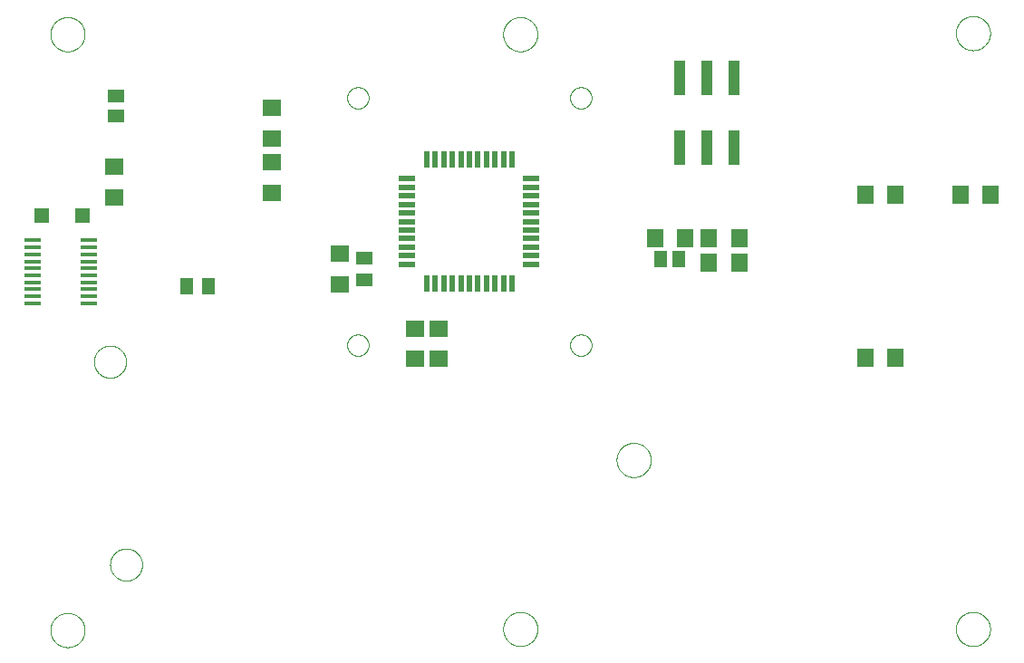
<source format=gtp>
G75*
%MOIN*%
%OFA0B0*%
%FSLAX25Y25*%
%IPPOS*%
%LPD*%
%AMOC8*
5,1,8,0,0,1.08239X$1,22.5*
%
%ADD10C,0.00000*%
%ADD11R,0.05906X0.01969*%
%ADD12R,0.01969X0.05906*%
%ADD13R,0.05118X0.06299*%
%ADD14R,0.06299X0.05118*%
%ADD15R,0.03937X0.12598*%
%ADD16R,0.07098X0.06299*%
%ADD17R,0.06299X0.07098*%
%ADD18R,0.05906X0.01378*%
%ADD19R,0.05906X0.05118*%
%ADD20R,0.05512X0.05512*%
%ADD21R,0.05118X0.05906*%
%ADD22R,0.06299X0.07087*%
D10*
X0040446Y0015423D02*
X0040448Y0015581D01*
X0040454Y0015739D01*
X0040464Y0015897D01*
X0040478Y0016055D01*
X0040496Y0016212D01*
X0040517Y0016369D01*
X0040543Y0016525D01*
X0040573Y0016681D01*
X0040606Y0016836D01*
X0040644Y0016989D01*
X0040685Y0017142D01*
X0040730Y0017294D01*
X0040779Y0017445D01*
X0040832Y0017594D01*
X0040888Y0017742D01*
X0040948Y0017888D01*
X0041012Y0018033D01*
X0041080Y0018176D01*
X0041151Y0018318D01*
X0041225Y0018458D01*
X0041303Y0018595D01*
X0041385Y0018731D01*
X0041469Y0018865D01*
X0041558Y0018996D01*
X0041649Y0019125D01*
X0041744Y0019252D01*
X0041841Y0019377D01*
X0041942Y0019499D01*
X0042046Y0019618D01*
X0042153Y0019735D01*
X0042263Y0019849D01*
X0042376Y0019960D01*
X0042491Y0020069D01*
X0042609Y0020174D01*
X0042730Y0020276D01*
X0042853Y0020376D01*
X0042979Y0020472D01*
X0043107Y0020565D01*
X0043237Y0020655D01*
X0043370Y0020741D01*
X0043505Y0020825D01*
X0043641Y0020904D01*
X0043780Y0020981D01*
X0043921Y0021053D01*
X0044063Y0021123D01*
X0044207Y0021188D01*
X0044353Y0021250D01*
X0044500Y0021308D01*
X0044649Y0021363D01*
X0044799Y0021414D01*
X0044950Y0021461D01*
X0045102Y0021504D01*
X0045255Y0021543D01*
X0045410Y0021579D01*
X0045565Y0021610D01*
X0045721Y0021638D01*
X0045877Y0021662D01*
X0046034Y0021682D01*
X0046192Y0021698D01*
X0046349Y0021710D01*
X0046508Y0021718D01*
X0046666Y0021722D01*
X0046824Y0021722D01*
X0046982Y0021718D01*
X0047141Y0021710D01*
X0047298Y0021698D01*
X0047456Y0021682D01*
X0047613Y0021662D01*
X0047769Y0021638D01*
X0047925Y0021610D01*
X0048080Y0021579D01*
X0048235Y0021543D01*
X0048388Y0021504D01*
X0048540Y0021461D01*
X0048691Y0021414D01*
X0048841Y0021363D01*
X0048990Y0021308D01*
X0049137Y0021250D01*
X0049283Y0021188D01*
X0049427Y0021123D01*
X0049569Y0021053D01*
X0049710Y0020981D01*
X0049849Y0020904D01*
X0049985Y0020825D01*
X0050120Y0020741D01*
X0050253Y0020655D01*
X0050383Y0020565D01*
X0050511Y0020472D01*
X0050637Y0020376D01*
X0050760Y0020276D01*
X0050881Y0020174D01*
X0050999Y0020069D01*
X0051114Y0019960D01*
X0051227Y0019849D01*
X0051337Y0019735D01*
X0051444Y0019618D01*
X0051548Y0019499D01*
X0051649Y0019377D01*
X0051746Y0019252D01*
X0051841Y0019125D01*
X0051932Y0018996D01*
X0052021Y0018865D01*
X0052105Y0018731D01*
X0052187Y0018595D01*
X0052265Y0018458D01*
X0052339Y0018318D01*
X0052410Y0018176D01*
X0052478Y0018033D01*
X0052542Y0017888D01*
X0052602Y0017742D01*
X0052658Y0017594D01*
X0052711Y0017445D01*
X0052760Y0017294D01*
X0052805Y0017142D01*
X0052846Y0016989D01*
X0052884Y0016836D01*
X0052917Y0016681D01*
X0052947Y0016525D01*
X0052973Y0016369D01*
X0052994Y0016212D01*
X0053012Y0016055D01*
X0053026Y0015897D01*
X0053036Y0015739D01*
X0053042Y0015581D01*
X0053044Y0015423D01*
X0053042Y0015265D01*
X0053036Y0015107D01*
X0053026Y0014949D01*
X0053012Y0014791D01*
X0052994Y0014634D01*
X0052973Y0014477D01*
X0052947Y0014321D01*
X0052917Y0014165D01*
X0052884Y0014010D01*
X0052846Y0013857D01*
X0052805Y0013704D01*
X0052760Y0013552D01*
X0052711Y0013401D01*
X0052658Y0013252D01*
X0052602Y0013104D01*
X0052542Y0012958D01*
X0052478Y0012813D01*
X0052410Y0012670D01*
X0052339Y0012528D01*
X0052265Y0012388D01*
X0052187Y0012251D01*
X0052105Y0012115D01*
X0052021Y0011981D01*
X0051932Y0011850D01*
X0051841Y0011721D01*
X0051746Y0011594D01*
X0051649Y0011469D01*
X0051548Y0011347D01*
X0051444Y0011228D01*
X0051337Y0011111D01*
X0051227Y0010997D01*
X0051114Y0010886D01*
X0050999Y0010777D01*
X0050881Y0010672D01*
X0050760Y0010570D01*
X0050637Y0010470D01*
X0050511Y0010374D01*
X0050383Y0010281D01*
X0050253Y0010191D01*
X0050120Y0010105D01*
X0049985Y0010021D01*
X0049849Y0009942D01*
X0049710Y0009865D01*
X0049569Y0009793D01*
X0049427Y0009723D01*
X0049283Y0009658D01*
X0049137Y0009596D01*
X0048990Y0009538D01*
X0048841Y0009483D01*
X0048691Y0009432D01*
X0048540Y0009385D01*
X0048388Y0009342D01*
X0048235Y0009303D01*
X0048080Y0009267D01*
X0047925Y0009236D01*
X0047769Y0009208D01*
X0047613Y0009184D01*
X0047456Y0009164D01*
X0047298Y0009148D01*
X0047141Y0009136D01*
X0046982Y0009128D01*
X0046824Y0009124D01*
X0046666Y0009124D01*
X0046508Y0009128D01*
X0046349Y0009136D01*
X0046192Y0009148D01*
X0046034Y0009164D01*
X0045877Y0009184D01*
X0045721Y0009208D01*
X0045565Y0009236D01*
X0045410Y0009267D01*
X0045255Y0009303D01*
X0045102Y0009342D01*
X0044950Y0009385D01*
X0044799Y0009432D01*
X0044649Y0009483D01*
X0044500Y0009538D01*
X0044353Y0009596D01*
X0044207Y0009658D01*
X0044063Y0009723D01*
X0043921Y0009793D01*
X0043780Y0009865D01*
X0043641Y0009942D01*
X0043505Y0010021D01*
X0043370Y0010105D01*
X0043237Y0010191D01*
X0043107Y0010281D01*
X0042979Y0010374D01*
X0042853Y0010470D01*
X0042730Y0010570D01*
X0042609Y0010672D01*
X0042491Y0010777D01*
X0042376Y0010886D01*
X0042263Y0010997D01*
X0042153Y0011111D01*
X0042046Y0011228D01*
X0041942Y0011347D01*
X0041841Y0011469D01*
X0041744Y0011594D01*
X0041649Y0011721D01*
X0041558Y0011850D01*
X0041469Y0011981D01*
X0041385Y0012115D01*
X0041303Y0012251D01*
X0041225Y0012388D01*
X0041151Y0012528D01*
X0041080Y0012670D01*
X0041012Y0012813D01*
X0040948Y0012958D01*
X0040888Y0013104D01*
X0040832Y0013252D01*
X0040779Y0013401D01*
X0040730Y0013552D01*
X0040685Y0013704D01*
X0040644Y0013857D01*
X0040606Y0014010D01*
X0040573Y0014165D01*
X0040543Y0014321D01*
X0040517Y0014477D01*
X0040496Y0014634D01*
X0040478Y0014791D01*
X0040464Y0014949D01*
X0040454Y0015107D01*
X0040448Y0015265D01*
X0040446Y0015423D01*
X0062404Y0039537D02*
X0062406Y0039690D01*
X0062412Y0039844D01*
X0062422Y0039997D01*
X0062436Y0040149D01*
X0062454Y0040302D01*
X0062476Y0040453D01*
X0062501Y0040604D01*
X0062531Y0040755D01*
X0062565Y0040905D01*
X0062602Y0041053D01*
X0062643Y0041201D01*
X0062688Y0041347D01*
X0062737Y0041493D01*
X0062790Y0041637D01*
X0062846Y0041779D01*
X0062906Y0041920D01*
X0062970Y0042060D01*
X0063037Y0042198D01*
X0063108Y0042334D01*
X0063183Y0042468D01*
X0063260Y0042600D01*
X0063342Y0042730D01*
X0063426Y0042858D01*
X0063514Y0042984D01*
X0063605Y0043107D01*
X0063699Y0043228D01*
X0063797Y0043346D01*
X0063897Y0043462D01*
X0064001Y0043575D01*
X0064107Y0043686D01*
X0064216Y0043794D01*
X0064328Y0043899D01*
X0064442Y0044000D01*
X0064560Y0044099D01*
X0064679Y0044195D01*
X0064801Y0044288D01*
X0064926Y0044377D01*
X0065053Y0044464D01*
X0065182Y0044546D01*
X0065313Y0044626D01*
X0065446Y0044702D01*
X0065581Y0044775D01*
X0065718Y0044844D01*
X0065857Y0044909D01*
X0065997Y0044971D01*
X0066139Y0045029D01*
X0066282Y0045084D01*
X0066427Y0045135D01*
X0066573Y0045182D01*
X0066720Y0045225D01*
X0066868Y0045264D01*
X0067017Y0045300D01*
X0067167Y0045331D01*
X0067318Y0045359D01*
X0067469Y0045383D01*
X0067622Y0045403D01*
X0067774Y0045419D01*
X0067927Y0045431D01*
X0068080Y0045439D01*
X0068233Y0045443D01*
X0068387Y0045443D01*
X0068540Y0045439D01*
X0068693Y0045431D01*
X0068846Y0045419D01*
X0068998Y0045403D01*
X0069151Y0045383D01*
X0069302Y0045359D01*
X0069453Y0045331D01*
X0069603Y0045300D01*
X0069752Y0045264D01*
X0069900Y0045225D01*
X0070047Y0045182D01*
X0070193Y0045135D01*
X0070338Y0045084D01*
X0070481Y0045029D01*
X0070623Y0044971D01*
X0070763Y0044909D01*
X0070902Y0044844D01*
X0071039Y0044775D01*
X0071174Y0044702D01*
X0071307Y0044626D01*
X0071438Y0044546D01*
X0071567Y0044464D01*
X0071694Y0044377D01*
X0071819Y0044288D01*
X0071941Y0044195D01*
X0072060Y0044099D01*
X0072178Y0044000D01*
X0072292Y0043899D01*
X0072404Y0043794D01*
X0072513Y0043686D01*
X0072619Y0043575D01*
X0072723Y0043462D01*
X0072823Y0043346D01*
X0072921Y0043228D01*
X0073015Y0043107D01*
X0073106Y0042984D01*
X0073194Y0042858D01*
X0073278Y0042730D01*
X0073360Y0042600D01*
X0073437Y0042468D01*
X0073512Y0042334D01*
X0073583Y0042198D01*
X0073650Y0042060D01*
X0073714Y0041920D01*
X0073774Y0041779D01*
X0073830Y0041637D01*
X0073883Y0041493D01*
X0073932Y0041347D01*
X0073977Y0041201D01*
X0074018Y0041053D01*
X0074055Y0040905D01*
X0074089Y0040755D01*
X0074119Y0040604D01*
X0074144Y0040453D01*
X0074166Y0040302D01*
X0074184Y0040149D01*
X0074198Y0039997D01*
X0074208Y0039844D01*
X0074214Y0039690D01*
X0074216Y0039537D01*
X0074214Y0039384D01*
X0074208Y0039230D01*
X0074198Y0039077D01*
X0074184Y0038925D01*
X0074166Y0038772D01*
X0074144Y0038621D01*
X0074119Y0038470D01*
X0074089Y0038319D01*
X0074055Y0038169D01*
X0074018Y0038021D01*
X0073977Y0037873D01*
X0073932Y0037727D01*
X0073883Y0037581D01*
X0073830Y0037437D01*
X0073774Y0037295D01*
X0073714Y0037154D01*
X0073650Y0037014D01*
X0073583Y0036876D01*
X0073512Y0036740D01*
X0073437Y0036606D01*
X0073360Y0036474D01*
X0073278Y0036344D01*
X0073194Y0036216D01*
X0073106Y0036090D01*
X0073015Y0035967D01*
X0072921Y0035846D01*
X0072823Y0035728D01*
X0072723Y0035612D01*
X0072619Y0035499D01*
X0072513Y0035388D01*
X0072404Y0035280D01*
X0072292Y0035175D01*
X0072178Y0035074D01*
X0072060Y0034975D01*
X0071941Y0034879D01*
X0071819Y0034786D01*
X0071694Y0034697D01*
X0071567Y0034610D01*
X0071438Y0034528D01*
X0071307Y0034448D01*
X0071174Y0034372D01*
X0071039Y0034299D01*
X0070902Y0034230D01*
X0070763Y0034165D01*
X0070623Y0034103D01*
X0070481Y0034045D01*
X0070338Y0033990D01*
X0070193Y0033939D01*
X0070047Y0033892D01*
X0069900Y0033849D01*
X0069752Y0033810D01*
X0069603Y0033774D01*
X0069453Y0033743D01*
X0069302Y0033715D01*
X0069151Y0033691D01*
X0068998Y0033671D01*
X0068846Y0033655D01*
X0068693Y0033643D01*
X0068540Y0033635D01*
X0068387Y0033631D01*
X0068233Y0033631D01*
X0068080Y0033635D01*
X0067927Y0033643D01*
X0067774Y0033655D01*
X0067622Y0033671D01*
X0067469Y0033691D01*
X0067318Y0033715D01*
X0067167Y0033743D01*
X0067017Y0033774D01*
X0066868Y0033810D01*
X0066720Y0033849D01*
X0066573Y0033892D01*
X0066427Y0033939D01*
X0066282Y0033990D01*
X0066139Y0034045D01*
X0065997Y0034103D01*
X0065857Y0034165D01*
X0065718Y0034230D01*
X0065581Y0034299D01*
X0065446Y0034372D01*
X0065313Y0034448D01*
X0065182Y0034528D01*
X0065053Y0034610D01*
X0064926Y0034697D01*
X0064801Y0034786D01*
X0064679Y0034879D01*
X0064560Y0034975D01*
X0064442Y0035074D01*
X0064328Y0035175D01*
X0064216Y0035280D01*
X0064107Y0035388D01*
X0064001Y0035499D01*
X0063897Y0035612D01*
X0063797Y0035728D01*
X0063699Y0035846D01*
X0063605Y0035967D01*
X0063514Y0036090D01*
X0063426Y0036216D01*
X0063342Y0036344D01*
X0063260Y0036474D01*
X0063183Y0036606D01*
X0063108Y0036740D01*
X0063037Y0036876D01*
X0062970Y0037014D01*
X0062906Y0037154D01*
X0062846Y0037295D01*
X0062790Y0037437D01*
X0062737Y0037581D01*
X0062688Y0037727D01*
X0062643Y0037873D01*
X0062602Y0038021D01*
X0062565Y0038169D01*
X0062531Y0038319D01*
X0062501Y0038470D01*
X0062476Y0038621D01*
X0062454Y0038772D01*
X0062436Y0038925D01*
X0062422Y0039077D01*
X0062412Y0039230D01*
X0062406Y0039384D01*
X0062404Y0039537D01*
X0056469Y0114183D02*
X0056471Y0114336D01*
X0056477Y0114490D01*
X0056487Y0114643D01*
X0056501Y0114795D01*
X0056519Y0114948D01*
X0056541Y0115099D01*
X0056566Y0115250D01*
X0056596Y0115401D01*
X0056630Y0115551D01*
X0056667Y0115699D01*
X0056708Y0115847D01*
X0056753Y0115993D01*
X0056802Y0116139D01*
X0056855Y0116283D01*
X0056911Y0116425D01*
X0056971Y0116566D01*
X0057035Y0116706D01*
X0057102Y0116844D01*
X0057173Y0116980D01*
X0057248Y0117114D01*
X0057325Y0117246D01*
X0057407Y0117376D01*
X0057491Y0117504D01*
X0057579Y0117630D01*
X0057670Y0117753D01*
X0057764Y0117874D01*
X0057862Y0117992D01*
X0057962Y0118108D01*
X0058066Y0118221D01*
X0058172Y0118332D01*
X0058281Y0118440D01*
X0058393Y0118545D01*
X0058507Y0118646D01*
X0058625Y0118745D01*
X0058744Y0118841D01*
X0058866Y0118934D01*
X0058991Y0119023D01*
X0059118Y0119110D01*
X0059247Y0119192D01*
X0059378Y0119272D01*
X0059511Y0119348D01*
X0059646Y0119421D01*
X0059783Y0119490D01*
X0059922Y0119555D01*
X0060062Y0119617D01*
X0060204Y0119675D01*
X0060347Y0119730D01*
X0060492Y0119781D01*
X0060638Y0119828D01*
X0060785Y0119871D01*
X0060933Y0119910D01*
X0061082Y0119946D01*
X0061232Y0119977D01*
X0061383Y0120005D01*
X0061534Y0120029D01*
X0061687Y0120049D01*
X0061839Y0120065D01*
X0061992Y0120077D01*
X0062145Y0120085D01*
X0062298Y0120089D01*
X0062452Y0120089D01*
X0062605Y0120085D01*
X0062758Y0120077D01*
X0062911Y0120065D01*
X0063063Y0120049D01*
X0063216Y0120029D01*
X0063367Y0120005D01*
X0063518Y0119977D01*
X0063668Y0119946D01*
X0063817Y0119910D01*
X0063965Y0119871D01*
X0064112Y0119828D01*
X0064258Y0119781D01*
X0064403Y0119730D01*
X0064546Y0119675D01*
X0064688Y0119617D01*
X0064828Y0119555D01*
X0064967Y0119490D01*
X0065104Y0119421D01*
X0065239Y0119348D01*
X0065372Y0119272D01*
X0065503Y0119192D01*
X0065632Y0119110D01*
X0065759Y0119023D01*
X0065884Y0118934D01*
X0066006Y0118841D01*
X0066125Y0118745D01*
X0066243Y0118646D01*
X0066357Y0118545D01*
X0066469Y0118440D01*
X0066578Y0118332D01*
X0066684Y0118221D01*
X0066788Y0118108D01*
X0066888Y0117992D01*
X0066986Y0117874D01*
X0067080Y0117753D01*
X0067171Y0117630D01*
X0067259Y0117504D01*
X0067343Y0117376D01*
X0067425Y0117246D01*
X0067502Y0117114D01*
X0067577Y0116980D01*
X0067648Y0116844D01*
X0067715Y0116706D01*
X0067779Y0116566D01*
X0067839Y0116425D01*
X0067895Y0116283D01*
X0067948Y0116139D01*
X0067997Y0115993D01*
X0068042Y0115847D01*
X0068083Y0115699D01*
X0068120Y0115551D01*
X0068154Y0115401D01*
X0068184Y0115250D01*
X0068209Y0115099D01*
X0068231Y0114948D01*
X0068249Y0114795D01*
X0068263Y0114643D01*
X0068273Y0114490D01*
X0068279Y0114336D01*
X0068281Y0114183D01*
X0068279Y0114030D01*
X0068273Y0113876D01*
X0068263Y0113723D01*
X0068249Y0113571D01*
X0068231Y0113418D01*
X0068209Y0113267D01*
X0068184Y0113116D01*
X0068154Y0112965D01*
X0068120Y0112815D01*
X0068083Y0112667D01*
X0068042Y0112519D01*
X0067997Y0112373D01*
X0067948Y0112227D01*
X0067895Y0112083D01*
X0067839Y0111941D01*
X0067779Y0111800D01*
X0067715Y0111660D01*
X0067648Y0111522D01*
X0067577Y0111386D01*
X0067502Y0111252D01*
X0067425Y0111120D01*
X0067343Y0110990D01*
X0067259Y0110862D01*
X0067171Y0110736D01*
X0067080Y0110613D01*
X0066986Y0110492D01*
X0066888Y0110374D01*
X0066788Y0110258D01*
X0066684Y0110145D01*
X0066578Y0110034D01*
X0066469Y0109926D01*
X0066357Y0109821D01*
X0066243Y0109720D01*
X0066125Y0109621D01*
X0066006Y0109525D01*
X0065884Y0109432D01*
X0065759Y0109343D01*
X0065632Y0109256D01*
X0065503Y0109174D01*
X0065372Y0109094D01*
X0065239Y0109018D01*
X0065104Y0108945D01*
X0064967Y0108876D01*
X0064828Y0108811D01*
X0064688Y0108749D01*
X0064546Y0108691D01*
X0064403Y0108636D01*
X0064258Y0108585D01*
X0064112Y0108538D01*
X0063965Y0108495D01*
X0063817Y0108456D01*
X0063668Y0108420D01*
X0063518Y0108389D01*
X0063367Y0108361D01*
X0063216Y0108337D01*
X0063063Y0108317D01*
X0062911Y0108301D01*
X0062758Y0108289D01*
X0062605Y0108281D01*
X0062452Y0108277D01*
X0062298Y0108277D01*
X0062145Y0108281D01*
X0061992Y0108289D01*
X0061839Y0108301D01*
X0061687Y0108317D01*
X0061534Y0108337D01*
X0061383Y0108361D01*
X0061232Y0108389D01*
X0061082Y0108420D01*
X0060933Y0108456D01*
X0060785Y0108495D01*
X0060638Y0108538D01*
X0060492Y0108585D01*
X0060347Y0108636D01*
X0060204Y0108691D01*
X0060062Y0108749D01*
X0059922Y0108811D01*
X0059783Y0108876D01*
X0059646Y0108945D01*
X0059511Y0109018D01*
X0059378Y0109094D01*
X0059247Y0109174D01*
X0059118Y0109256D01*
X0058991Y0109343D01*
X0058866Y0109432D01*
X0058744Y0109525D01*
X0058625Y0109621D01*
X0058507Y0109720D01*
X0058393Y0109821D01*
X0058281Y0109926D01*
X0058172Y0110034D01*
X0058066Y0110145D01*
X0057962Y0110258D01*
X0057862Y0110374D01*
X0057764Y0110492D01*
X0057670Y0110613D01*
X0057579Y0110736D01*
X0057491Y0110862D01*
X0057407Y0110990D01*
X0057325Y0111120D01*
X0057248Y0111252D01*
X0057173Y0111386D01*
X0057102Y0111522D01*
X0057035Y0111660D01*
X0056971Y0111800D01*
X0056911Y0111941D01*
X0056855Y0112083D01*
X0056802Y0112227D01*
X0056753Y0112373D01*
X0056708Y0112519D01*
X0056667Y0112667D01*
X0056630Y0112815D01*
X0056596Y0112965D01*
X0056566Y0113116D01*
X0056541Y0113267D01*
X0056519Y0113418D01*
X0056501Y0113571D01*
X0056487Y0113723D01*
X0056477Y0113876D01*
X0056471Y0114030D01*
X0056469Y0114183D01*
X0149623Y0120287D02*
X0149625Y0120412D01*
X0149631Y0120537D01*
X0149641Y0120661D01*
X0149655Y0120785D01*
X0149672Y0120909D01*
X0149694Y0121032D01*
X0149720Y0121154D01*
X0149749Y0121276D01*
X0149782Y0121396D01*
X0149820Y0121515D01*
X0149860Y0121634D01*
X0149905Y0121750D01*
X0149953Y0121865D01*
X0150005Y0121979D01*
X0150061Y0122091D01*
X0150120Y0122201D01*
X0150182Y0122309D01*
X0150248Y0122416D01*
X0150317Y0122520D01*
X0150390Y0122621D01*
X0150465Y0122721D01*
X0150544Y0122818D01*
X0150626Y0122912D01*
X0150711Y0123004D01*
X0150798Y0123093D01*
X0150889Y0123179D01*
X0150982Y0123262D01*
X0151078Y0123343D01*
X0151176Y0123420D01*
X0151276Y0123494D01*
X0151379Y0123565D01*
X0151484Y0123632D01*
X0151592Y0123697D01*
X0151701Y0123757D01*
X0151812Y0123815D01*
X0151925Y0123868D01*
X0152039Y0123918D01*
X0152155Y0123965D01*
X0152272Y0124007D01*
X0152391Y0124046D01*
X0152511Y0124082D01*
X0152632Y0124113D01*
X0152754Y0124141D01*
X0152876Y0124164D01*
X0153000Y0124184D01*
X0153124Y0124200D01*
X0153248Y0124212D01*
X0153373Y0124220D01*
X0153498Y0124224D01*
X0153622Y0124224D01*
X0153747Y0124220D01*
X0153872Y0124212D01*
X0153996Y0124200D01*
X0154120Y0124184D01*
X0154244Y0124164D01*
X0154366Y0124141D01*
X0154488Y0124113D01*
X0154609Y0124082D01*
X0154729Y0124046D01*
X0154848Y0124007D01*
X0154965Y0123965D01*
X0155081Y0123918D01*
X0155195Y0123868D01*
X0155308Y0123815D01*
X0155419Y0123757D01*
X0155529Y0123697D01*
X0155636Y0123632D01*
X0155741Y0123565D01*
X0155844Y0123494D01*
X0155944Y0123420D01*
X0156042Y0123343D01*
X0156138Y0123262D01*
X0156231Y0123179D01*
X0156322Y0123093D01*
X0156409Y0123004D01*
X0156494Y0122912D01*
X0156576Y0122818D01*
X0156655Y0122721D01*
X0156730Y0122621D01*
X0156803Y0122520D01*
X0156872Y0122416D01*
X0156938Y0122309D01*
X0157000Y0122201D01*
X0157059Y0122091D01*
X0157115Y0121979D01*
X0157167Y0121865D01*
X0157215Y0121750D01*
X0157260Y0121634D01*
X0157300Y0121515D01*
X0157338Y0121396D01*
X0157371Y0121276D01*
X0157400Y0121154D01*
X0157426Y0121032D01*
X0157448Y0120909D01*
X0157465Y0120785D01*
X0157479Y0120661D01*
X0157489Y0120537D01*
X0157495Y0120412D01*
X0157497Y0120287D01*
X0157495Y0120162D01*
X0157489Y0120037D01*
X0157479Y0119913D01*
X0157465Y0119789D01*
X0157448Y0119665D01*
X0157426Y0119542D01*
X0157400Y0119420D01*
X0157371Y0119298D01*
X0157338Y0119178D01*
X0157300Y0119059D01*
X0157260Y0118940D01*
X0157215Y0118824D01*
X0157167Y0118709D01*
X0157115Y0118595D01*
X0157059Y0118483D01*
X0157000Y0118373D01*
X0156938Y0118265D01*
X0156872Y0118158D01*
X0156803Y0118054D01*
X0156730Y0117953D01*
X0156655Y0117853D01*
X0156576Y0117756D01*
X0156494Y0117662D01*
X0156409Y0117570D01*
X0156322Y0117481D01*
X0156231Y0117395D01*
X0156138Y0117312D01*
X0156042Y0117231D01*
X0155944Y0117154D01*
X0155844Y0117080D01*
X0155741Y0117009D01*
X0155636Y0116942D01*
X0155528Y0116877D01*
X0155419Y0116817D01*
X0155308Y0116759D01*
X0155195Y0116706D01*
X0155081Y0116656D01*
X0154965Y0116609D01*
X0154848Y0116567D01*
X0154729Y0116528D01*
X0154609Y0116492D01*
X0154488Y0116461D01*
X0154366Y0116433D01*
X0154244Y0116410D01*
X0154120Y0116390D01*
X0153996Y0116374D01*
X0153872Y0116362D01*
X0153747Y0116354D01*
X0153622Y0116350D01*
X0153498Y0116350D01*
X0153373Y0116354D01*
X0153248Y0116362D01*
X0153124Y0116374D01*
X0153000Y0116390D01*
X0152876Y0116410D01*
X0152754Y0116433D01*
X0152632Y0116461D01*
X0152511Y0116492D01*
X0152391Y0116528D01*
X0152272Y0116567D01*
X0152155Y0116609D01*
X0152039Y0116656D01*
X0151925Y0116706D01*
X0151812Y0116759D01*
X0151701Y0116817D01*
X0151591Y0116877D01*
X0151484Y0116942D01*
X0151379Y0117009D01*
X0151276Y0117080D01*
X0151176Y0117154D01*
X0151078Y0117231D01*
X0150982Y0117312D01*
X0150889Y0117395D01*
X0150798Y0117481D01*
X0150711Y0117570D01*
X0150626Y0117662D01*
X0150544Y0117756D01*
X0150465Y0117853D01*
X0150390Y0117953D01*
X0150317Y0118054D01*
X0150248Y0118158D01*
X0150182Y0118265D01*
X0150120Y0118373D01*
X0150061Y0118483D01*
X0150005Y0118595D01*
X0149953Y0118709D01*
X0149905Y0118824D01*
X0149860Y0118940D01*
X0149820Y0119059D01*
X0149782Y0119178D01*
X0149749Y0119298D01*
X0149720Y0119420D01*
X0149694Y0119542D01*
X0149672Y0119665D01*
X0149655Y0119789D01*
X0149641Y0119913D01*
X0149631Y0120037D01*
X0149625Y0120162D01*
X0149623Y0120287D01*
X0231623Y0120287D02*
X0231625Y0120412D01*
X0231631Y0120537D01*
X0231641Y0120661D01*
X0231655Y0120785D01*
X0231672Y0120909D01*
X0231694Y0121032D01*
X0231720Y0121154D01*
X0231749Y0121276D01*
X0231782Y0121396D01*
X0231820Y0121515D01*
X0231860Y0121634D01*
X0231905Y0121750D01*
X0231953Y0121865D01*
X0232005Y0121979D01*
X0232061Y0122091D01*
X0232120Y0122201D01*
X0232182Y0122309D01*
X0232248Y0122416D01*
X0232317Y0122520D01*
X0232390Y0122621D01*
X0232465Y0122721D01*
X0232544Y0122818D01*
X0232626Y0122912D01*
X0232711Y0123004D01*
X0232798Y0123093D01*
X0232889Y0123179D01*
X0232982Y0123262D01*
X0233078Y0123343D01*
X0233176Y0123420D01*
X0233276Y0123494D01*
X0233379Y0123565D01*
X0233484Y0123632D01*
X0233592Y0123697D01*
X0233701Y0123757D01*
X0233812Y0123815D01*
X0233925Y0123868D01*
X0234039Y0123918D01*
X0234155Y0123965D01*
X0234272Y0124007D01*
X0234391Y0124046D01*
X0234511Y0124082D01*
X0234632Y0124113D01*
X0234754Y0124141D01*
X0234876Y0124164D01*
X0235000Y0124184D01*
X0235124Y0124200D01*
X0235248Y0124212D01*
X0235373Y0124220D01*
X0235498Y0124224D01*
X0235622Y0124224D01*
X0235747Y0124220D01*
X0235872Y0124212D01*
X0235996Y0124200D01*
X0236120Y0124184D01*
X0236244Y0124164D01*
X0236366Y0124141D01*
X0236488Y0124113D01*
X0236609Y0124082D01*
X0236729Y0124046D01*
X0236848Y0124007D01*
X0236965Y0123965D01*
X0237081Y0123918D01*
X0237195Y0123868D01*
X0237308Y0123815D01*
X0237419Y0123757D01*
X0237529Y0123697D01*
X0237636Y0123632D01*
X0237741Y0123565D01*
X0237844Y0123494D01*
X0237944Y0123420D01*
X0238042Y0123343D01*
X0238138Y0123262D01*
X0238231Y0123179D01*
X0238322Y0123093D01*
X0238409Y0123004D01*
X0238494Y0122912D01*
X0238576Y0122818D01*
X0238655Y0122721D01*
X0238730Y0122621D01*
X0238803Y0122520D01*
X0238872Y0122416D01*
X0238938Y0122309D01*
X0239000Y0122201D01*
X0239059Y0122091D01*
X0239115Y0121979D01*
X0239167Y0121865D01*
X0239215Y0121750D01*
X0239260Y0121634D01*
X0239300Y0121515D01*
X0239338Y0121396D01*
X0239371Y0121276D01*
X0239400Y0121154D01*
X0239426Y0121032D01*
X0239448Y0120909D01*
X0239465Y0120785D01*
X0239479Y0120661D01*
X0239489Y0120537D01*
X0239495Y0120412D01*
X0239497Y0120287D01*
X0239495Y0120162D01*
X0239489Y0120037D01*
X0239479Y0119913D01*
X0239465Y0119789D01*
X0239448Y0119665D01*
X0239426Y0119542D01*
X0239400Y0119420D01*
X0239371Y0119298D01*
X0239338Y0119178D01*
X0239300Y0119059D01*
X0239260Y0118940D01*
X0239215Y0118824D01*
X0239167Y0118709D01*
X0239115Y0118595D01*
X0239059Y0118483D01*
X0239000Y0118373D01*
X0238938Y0118265D01*
X0238872Y0118158D01*
X0238803Y0118054D01*
X0238730Y0117953D01*
X0238655Y0117853D01*
X0238576Y0117756D01*
X0238494Y0117662D01*
X0238409Y0117570D01*
X0238322Y0117481D01*
X0238231Y0117395D01*
X0238138Y0117312D01*
X0238042Y0117231D01*
X0237944Y0117154D01*
X0237844Y0117080D01*
X0237741Y0117009D01*
X0237636Y0116942D01*
X0237528Y0116877D01*
X0237419Y0116817D01*
X0237308Y0116759D01*
X0237195Y0116706D01*
X0237081Y0116656D01*
X0236965Y0116609D01*
X0236848Y0116567D01*
X0236729Y0116528D01*
X0236609Y0116492D01*
X0236488Y0116461D01*
X0236366Y0116433D01*
X0236244Y0116410D01*
X0236120Y0116390D01*
X0235996Y0116374D01*
X0235872Y0116362D01*
X0235747Y0116354D01*
X0235622Y0116350D01*
X0235498Y0116350D01*
X0235373Y0116354D01*
X0235248Y0116362D01*
X0235124Y0116374D01*
X0235000Y0116390D01*
X0234876Y0116410D01*
X0234754Y0116433D01*
X0234632Y0116461D01*
X0234511Y0116492D01*
X0234391Y0116528D01*
X0234272Y0116567D01*
X0234155Y0116609D01*
X0234039Y0116656D01*
X0233925Y0116706D01*
X0233812Y0116759D01*
X0233701Y0116817D01*
X0233591Y0116877D01*
X0233484Y0116942D01*
X0233379Y0117009D01*
X0233276Y0117080D01*
X0233176Y0117154D01*
X0233078Y0117231D01*
X0232982Y0117312D01*
X0232889Y0117395D01*
X0232798Y0117481D01*
X0232711Y0117570D01*
X0232626Y0117662D01*
X0232544Y0117756D01*
X0232465Y0117853D01*
X0232390Y0117953D01*
X0232317Y0118054D01*
X0232248Y0118158D01*
X0232182Y0118265D01*
X0232120Y0118373D01*
X0232061Y0118483D01*
X0232005Y0118595D01*
X0231953Y0118709D01*
X0231905Y0118824D01*
X0231860Y0118940D01*
X0231820Y0119059D01*
X0231782Y0119178D01*
X0231749Y0119298D01*
X0231720Y0119420D01*
X0231694Y0119542D01*
X0231672Y0119665D01*
X0231655Y0119789D01*
X0231641Y0119913D01*
X0231631Y0120037D01*
X0231625Y0120162D01*
X0231623Y0120287D01*
X0248714Y0078022D02*
X0248716Y0078180D01*
X0248722Y0078338D01*
X0248732Y0078496D01*
X0248746Y0078654D01*
X0248764Y0078811D01*
X0248785Y0078968D01*
X0248811Y0079124D01*
X0248841Y0079280D01*
X0248874Y0079435D01*
X0248912Y0079588D01*
X0248953Y0079741D01*
X0248998Y0079893D01*
X0249047Y0080044D01*
X0249100Y0080193D01*
X0249156Y0080341D01*
X0249216Y0080487D01*
X0249280Y0080632D01*
X0249348Y0080775D01*
X0249419Y0080917D01*
X0249493Y0081057D01*
X0249571Y0081194D01*
X0249653Y0081330D01*
X0249737Y0081464D01*
X0249826Y0081595D01*
X0249917Y0081724D01*
X0250012Y0081851D01*
X0250109Y0081976D01*
X0250210Y0082098D01*
X0250314Y0082217D01*
X0250421Y0082334D01*
X0250531Y0082448D01*
X0250644Y0082559D01*
X0250759Y0082668D01*
X0250877Y0082773D01*
X0250998Y0082875D01*
X0251121Y0082975D01*
X0251247Y0083071D01*
X0251375Y0083164D01*
X0251505Y0083254D01*
X0251638Y0083340D01*
X0251773Y0083424D01*
X0251909Y0083503D01*
X0252048Y0083580D01*
X0252189Y0083652D01*
X0252331Y0083722D01*
X0252475Y0083787D01*
X0252621Y0083849D01*
X0252768Y0083907D01*
X0252917Y0083962D01*
X0253067Y0084013D01*
X0253218Y0084060D01*
X0253370Y0084103D01*
X0253523Y0084142D01*
X0253678Y0084178D01*
X0253833Y0084209D01*
X0253989Y0084237D01*
X0254145Y0084261D01*
X0254302Y0084281D01*
X0254460Y0084297D01*
X0254617Y0084309D01*
X0254776Y0084317D01*
X0254934Y0084321D01*
X0255092Y0084321D01*
X0255250Y0084317D01*
X0255409Y0084309D01*
X0255566Y0084297D01*
X0255724Y0084281D01*
X0255881Y0084261D01*
X0256037Y0084237D01*
X0256193Y0084209D01*
X0256348Y0084178D01*
X0256503Y0084142D01*
X0256656Y0084103D01*
X0256808Y0084060D01*
X0256959Y0084013D01*
X0257109Y0083962D01*
X0257258Y0083907D01*
X0257405Y0083849D01*
X0257551Y0083787D01*
X0257695Y0083722D01*
X0257837Y0083652D01*
X0257978Y0083580D01*
X0258117Y0083503D01*
X0258253Y0083424D01*
X0258388Y0083340D01*
X0258521Y0083254D01*
X0258651Y0083164D01*
X0258779Y0083071D01*
X0258905Y0082975D01*
X0259028Y0082875D01*
X0259149Y0082773D01*
X0259267Y0082668D01*
X0259382Y0082559D01*
X0259495Y0082448D01*
X0259605Y0082334D01*
X0259712Y0082217D01*
X0259816Y0082098D01*
X0259917Y0081976D01*
X0260014Y0081851D01*
X0260109Y0081724D01*
X0260200Y0081595D01*
X0260289Y0081464D01*
X0260373Y0081330D01*
X0260455Y0081194D01*
X0260533Y0081057D01*
X0260607Y0080917D01*
X0260678Y0080775D01*
X0260746Y0080632D01*
X0260810Y0080487D01*
X0260870Y0080341D01*
X0260926Y0080193D01*
X0260979Y0080044D01*
X0261028Y0079893D01*
X0261073Y0079741D01*
X0261114Y0079588D01*
X0261152Y0079435D01*
X0261185Y0079280D01*
X0261215Y0079124D01*
X0261241Y0078968D01*
X0261262Y0078811D01*
X0261280Y0078654D01*
X0261294Y0078496D01*
X0261304Y0078338D01*
X0261310Y0078180D01*
X0261312Y0078022D01*
X0261310Y0077864D01*
X0261304Y0077706D01*
X0261294Y0077548D01*
X0261280Y0077390D01*
X0261262Y0077233D01*
X0261241Y0077076D01*
X0261215Y0076920D01*
X0261185Y0076764D01*
X0261152Y0076609D01*
X0261114Y0076456D01*
X0261073Y0076303D01*
X0261028Y0076151D01*
X0260979Y0076000D01*
X0260926Y0075851D01*
X0260870Y0075703D01*
X0260810Y0075557D01*
X0260746Y0075412D01*
X0260678Y0075269D01*
X0260607Y0075127D01*
X0260533Y0074987D01*
X0260455Y0074850D01*
X0260373Y0074714D01*
X0260289Y0074580D01*
X0260200Y0074449D01*
X0260109Y0074320D01*
X0260014Y0074193D01*
X0259917Y0074068D01*
X0259816Y0073946D01*
X0259712Y0073827D01*
X0259605Y0073710D01*
X0259495Y0073596D01*
X0259382Y0073485D01*
X0259267Y0073376D01*
X0259149Y0073271D01*
X0259028Y0073169D01*
X0258905Y0073069D01*
X0258779Y0072973D01*
X0258651Y0072880D01*
X0258521Y0072790D01*
X0258388Y0072704D01*
X0258253Y0072620D01*
X0258117Y0072541D01*
X0257978Y0072464D01*
X0257837Y0072392D01*
X0257695Y0072322D01*
X0257551Y0072257D01*
X0257405Y0072195D01*
X0257258Y0072137D01*
X0257109Y0072082D01*
X0256959Y0072031D01*
X0256808Y0071984D01*
X0256656Y0071941D01*
X0256503Y0071902D01*
X0256348Y0071866D01*
X0256193Y0071835D01*
X0256037Y0071807D01*
X0255881Y0071783D01*
X0255724Y0071763D01*
X0255566Y0071747D01*
X0255409Y0071735D01*
X0255250Y0071727D01*
X0255092Y0071723D01*
X0254934Y0071723D01*
X0254776Y0071727D01*
X0254617Y0071735D01*
X0254460Y0071747D01*
X0254302Y0071763D01*
X0254145Y0071783D01*
X0253989Y0071807D01*
X0253833Y0071835D01*
X0253678Y0071866D01*
X0253523Y0071902D01*
X0253370Y0071941D01*
X0253218Y0071984D01*
X0253067Y0072031D01*
X0252917Y0072082D01*
X0252768Y0072137D01*
X0252621Y0072195D01*
X0252475Y0072257D01*
X0252331Y0072322D01*
X0252189Y0072392D01*
X0252048Y0072464D01*
X0251909Y0072541D01*
X0251773Y0072620D01*
X0251638Y0072704D01*
X0251505Y0072790D01*
X0251375Y0072880D01*
X0251247Y0072973D01*
X0251121Y0073069D01*
X0250998Y0073169D01*
X0250877Y0073271D01*
X0250759Y0073376D01*
X0250644Y0073485D01*
X0250531Y0073596D01*
X0250421Y0073710D01*
X0250314Y0073827D01*
X0250210Y0073946D01*
X0250109Y0074068D01*
X0250012Y0074193D01*
X0249917Y0074320D01*
X0249826Y0074449D01*
X0249737Y0074580D01*
X0249653Y0074714D01*
X0249571Y0074850D01*
X0249493Y0074987D01*
X0249419Y0075127D01*
X0249348Y0075269D01*
X0249280Y0075412D01*
X0249216Y0075557D01*
X0249156Y0075703D01*
X0249100Y0075851D01*
X0249047Y0076000D01*
X0248998Y0076151D01*
X0248953Y0076303D01*
X0248912Y0076456D01*
X0248874Y0076609D01*
X0248841Y0076764D01*
X0248811Y0076920D01*
X0248785Y0077076D01*
X0248764Y0077233D01*
X0248746Y0077390D01*
X0248732Y0077548D01*
X0248722Y0077706D01*
X0248716Y0077864D01*
X0248714Y0078022D01*
X0206981Y0015817D02*
X0206983Y0015975D01*
X0206989Y0016133D01*
X0206999Y0016291D01*
X0207013Y0016449D01*
X0207031Y0016606D01*
X0207052Y0016763D01*
X0207078Y0016919D01*
X0207108Y0017075D01*
X0207141Y0017230D01*
X0207179Y0017383D01*
X0207220Y0017536D01*
X0207265Y0017688D01*
X0207314Y0017839D01*
X0207367Y0017988D01*
X0207423Y0018136D01*
X0207483Y0018282D01*
X0207547Y0018427D01*
X0207615Y0018570D01*
X0207686Y0018712D01*
X0207760Y0018852D01*
X0207838Y0018989D01*
X0207920Y0019125D01*
X0208004Y0019259D01*
X0208093Y0019390D01*
X0208184Y0019519D01*
X0208279Y0019646D01*
X0208376Y0019771D01*
X0208477Y0019893D01*
X0208581Y0020012D01*
X0208688Y0020129D01*
X0208798Y0020243D01*
X0208911Y0020354D01*
X0209026Y0020463D01*
X0209144Y0020568D01*
X0209265Y0020670D01*
X0209388Y0020770D01*
X0209514Y0020866D01*
X0209642Y0020959D01*
X0209772Y0021049D01*
X0209905Y0021135D01*
X0210040Y0021219D01*
X0210176Y0021298D01*
X0210315Y0021375D01*
X0210456Y0021447D01*
X0210598Y0021517D01*
X0210742Y0021582D01*
X0210888Y0021644D01*
X0211035Y0021702D01*
X0211184Y0021757D01*
X0211334Y0021808D01*
X0211485Y0021855D01*
X0211637Y0021898D01*
X0211790Y0021937D01*
X0211945Y0021973D01*
X0212100Y0022004D01*
X0212256Y0022032D01*
X0212412Y0022056D01*
X0212569Y0022076D01*
X0212727Y0022092D01*
X0212884Y0022104D01*
X0213043Y0022112D01*
X0213201Y0022116D01*
X0213359Y0022116D01*
X0213517Y0022112D01*
X0213676Y0022104D01*
X0213833Y0022092D01*
X0213991Y0022076D01*
X0214148Y0022056D01*
X0214304Y0022032D01*
X0214460Y0022004D01*
X0214615Y0021973D01*
X0214770Y0021937D01*
X0214923Y0021898D01*
X0215075Y0021855D01*
X0215226Y0021808D01*
X0215376Y0021757D01*
X0215525Y0021702D01*
X0215672Y0021644D01*
X0215818Y0021582D01*
X0215962Y0021517D01*
X0216104Y0021447D01*
X0216245Y0021375D01*
X0216384Y0021298D01*
X0216520Y0021219D01*
X0216655Y0021135D01*
X0216788Y0021049D01*
X0216918Y0020959D01*
X0217046Y0020866D01*
X0217172Y0020770D01*
X0217295Y0020670D01*
X0217416Y0020568D01*
X0217534Y0020463D01*
X0217649Y0020354D01*
X0217762Y0020243D01*
X0217872Y0020129D01*
X0217979Y0020012D01*
X0218083Y0019893D01*
X0218184Y0019771D01*
X0218281Y0019646D01*
X0218376Y0019519D01*
X0218467Y0019390D01*
X0218556Y0019259D01*
X0218640Y0019125D01*
X0218722Y0018989D01*
X0218800Y0018852D01*
X0218874Y0018712D01*
X0218945Y0018570D01*
X0219013Y0018427D01*
X0219077Y0018282D01*
X0219137Y0018136D01*
X0219193Y0017988D01*
X0219246Y0017839D01*
X0219295Y0017688D01*
X0219340Y0017536D01*
X0219381Y0017383D01*
X0219419Y0017230D01*
X0219452Y0017075D01*
X0219482Y0016919D01*
X0219508Y0016763D01*
X0219529Y0016606D01*
X0219547Y0016449D01*
X0219561Y0016291D01*
X0219571Y0016133D01*
X0219577Y0015975D01*
X0219579Y0015817D01*
X0219577Y0015659D01*
X0219571Y0015501D01*
X0219561Y0015343D01*
X0219547Y0015185D01*
X0219529Y0015028D01*
X0219508Y0014871D01*
X0219482Y0014715D01*
X0219452Y0014559D01*
X0219419Y0014404D01*
X0219381Y0014251D01*
X0219340Y0014098D01*
X0219295Y0013946D01*
X0219246Y0013795D01*
X0219193Y0013646D01*
X0219137Y0013498D01*
X0219077Y0013352D01*
X0219013Y0013207D01*
X0218945Y0013064D01*
X0218874Y0012922D01*
X0218800Y0012782D01*
X0218722Y0012645D01*
X0218640Y0012509D01*
X0218556Y0012375D01*
X0218467Y0012244D01*
X0218376Y0012115D01*
X0218281Y0011988D01*
X0218184Y0011863D01*
X0218083Y0011741D01*
X0217979Y0011622D01*
X0217872Y0011505D01*
X0217762Y0011391D01*
X0217649Y0011280D01*
X0217534Y0011171D01*
X0217416Y0011066D01*
X0217295Y0010964D01*
X0217172Y0010864D01*
X0217046Y0010768D01*
X0216918Y0010675D01*
X0216788Y0010585D01*
X0216655Y0010499D01*
X0216520Y0010415D01*
X0216384Y0010336D01*
X0216245Y0010259D01*
X0216104Y0010187D01*
X0215962Y0010117D01*
X0215818Y0010052D01*
X0215672Y0009990D01*
X0215525Y0009932D01*
X0215376Y0009877D01*
X0215226Y0009826D01*
X0215075Y0009779D01*
X0214923Y0009736D01*
X0214770Y0009697D01*
X0214615Y0009661D01*
X0214460Y0009630D01*
X0214304Y0009602D01*
X0214148Y0009578D01*
X0213991Y0009558D01*
X0213833Y0009542D01*
X0213676Y0009530D01*
X0213517Y0009522D01*
X0213359Y0009518D01*
X0213201Y0009518D01*
X0213043Y0009522D01*
X0212884Y0009530D01*
X0212727Y0009542D01*
X0212569Y0009558D01*
X0212412Y0009578D01*
X0212256Y0009602D01*
X0212100Y0009630D01*
X0211945Y0009661D01*
X0211790Y0009697D01*
X0211637Y0009736D01*
X0211485Y0009779D01*
X0211334Y0009826D01*
X0211184Y0009877D01*
X0211035Y0009932D01*
X0210888Y0009990D01*
X0210742Y0010052D01*
X0210598Y0010117D01*
X0210456Y0010187D01*
X0210315Y0010259D01*
X0210176Y0010336D01*
X0210040Y0010415D01*
X0209905Y0010499D01*
X0209772Y0010585D01*
X0209642Y0010675D01*
X0209514Y0010768D01*
X0209388Y0010864D01*
X0209265Y0010964D01*
X0209144Y0011066D01*
X0209026Y0011171D01*
X0208911Y0011280D01*
X0208798Y0011391D01*
X0208688Y0011505D01*
X0208581Y0011622D01*
X0208477Y0011741D01*
X0208376Y0011863D01*
X0208279Y0011988D01*
X0208184Y0012115D01*
X0208093Y0012244D01*
X0208004Y0012375D01*
X0207920Y0012509D01*
X0207838Y0012645D01*
X0207760Y0012782D01*
X0207686Y0012922D01*
X0207615Y0013064D01*
X0207547Y0013207D01*
X0207483Y0013352D01*
X0207423Y0013498D01*
X0207367Y0013646D01*
X0207314Y0013795D01*
X0207265Y0013946D01*
X0207220Y0014098D01*
X0207179Y0014251D01*
X0207141Y0014404D01*
X0207108Y0014559D01*
X0207078Y0014715D01*
X0207052Y0014871D01*
X0207031Y0015028D01*
X0207013Y0015185D01*
X0206999Y0015343D01*
X0206989Y0015501D01*
X0206983Y0015659D01*
X0206981Y0015817D01*
X0373517Y0015817D02*
X0373519Y0015975D01*
X0373525Y0016133D01*
X0373535Y0016291D01*
X0373549Y0016449D01*
X0373567Y0016606D01*
X0373588Y0016763D01*
X0373614Y0016919D01*
X0373644Y0017075D01*
X0373677Y0017230D01*
X0373715Y0017383D01*
X0373756Y0017536D01*
X0373801Y0017688D01*
X0373850Y0017839D01*
X0373903Y0017988D01*
X0373959Y0018136D01*
X0374019Y0018282D01*
X0374083Y0018427D01*
X0374151Y0018570D01*
X0374222Y0018712D01*
X0374296Y0018852D01*
X0374374Y0018989D01*
X0374456Y0019125D01*
X0374540Y0019259D01*
X0374629Y0019390D01*
X0374720Y0019519D01*
X0374815Y0019646D01*
X0374912Y0019771D01*
X0375013Y0019893D01*
X0375117Y0020012D01*
X0375224Y0020129D01*
X0375334Y0020243D01*
X0375447Y0020354D01*
X0375562Y0020463D01*
X0375680Y0020568D01*
X0375801Y0020670D01*
X0375924Y0020770D01*
X0376050Y0020866D01*
X0376178Y0020959D01*
X0376308Y0021049D01*
X0376441Y0021135D01*
X0376576Y0021219D01*
X0376712Y0021298D01*
X0376851Y0021375D01*
X0376992Y0021447D01*
X0377134Y0021517D01*
X0377278Y0021582D01*
X0377424Y0021644D01*
X0377571Y0021702D01*
X0377720Y0021757D01*
X0377870Y0021808D01*
X0378021Y0021855D01*
X0378173Y0021898D01*
X0378326Y0021937D01*
X0378481Y0021973D01*
X0378636Y0022004D01*
X0378792Y0022032D01*
X0378948Y0022056D01*
X0379105Y0022076D01*
X0379263Y0022092D01*
X0379420Y0022104D01*
X0379579Y0022112D01*
X0379737Y0022116D01*
X0379895Y0022116D01*
X0380053Y0022112D01*
X0380212Y0022104D01*
X0380369Y0022092D01*
X0380527Y0022076D01*
X0380684Y0022056D01*
X0380840Y0022032D01*
X0380996Y0022004D01*
X0381151Y0021973D01*
X0381306Y0021937D01*
X0381459Y0021898D01*
X0381611Y0021855D01*
X0381762Y0021808D01*
X0381912Y0021757D01*
X0382061Y0021702D01*
X0382208Y0021644D01*
X0382354Y0021582D01*
X0382498Y0021517D01*
X0382640Y0021447D01*
X0382781Y0021375D01*
X0382920Y0021298D01*
X0383056Y0021219D01*
X0383191Y0021135D01*
X0383324Y0021049D01*
X0383454Y0020959D01*
X0383582Y0020866D01*
X0383708Y0020770D01*
X0383831Y0020670D01*
X0383952Y0020568D01*
X0384070Y0020463D01*
X0384185Y0020354D01*
X0384298Y0020243D01*
X0384408Y0020129D01*
X0384515Y0020012D01*
X0384619Y0019893D01*
X0384720Y0019771D01*
X0384817Y0019646D01*
X0384912Y0019519D01*
X0385003Y0019390D01*
X0385092Y0019259D01*
X0385176Y0019125D01*
X0385258Y0018989D01*
X0385336Y0018852D01*
X0385410Y0018712D01*
X0385481Y0018570D01*
X0385549Y0018427D01*
X0385613Y0018282D01*
X0385673Y0018136D01*
X0385729Y0017988D01*
X0385782Y0017839D01*
X0385831Y0017688D01*
X0385876Y0017536D01*
X0385917Y0017383D01*
X0385955Y0017230D01*
X0385988Y0017075D01*
X0386018Y0016919D01*
X0386044Y0016763D01*
X0386065Y0016606D01*
X0386083Y0016449D01*
X0386097Y0016291D01*
X0386107Y0016133D01*
X0386113Y0015975D01*
X0386115Y0015817D01*
X0386113Y0015659D01*
X0386107Y0015501D01*
X0386097Y0015343D01*
X0386083Y0015185D01*
X0386065Y0015028D01*
X0386044Y0014871D01*
X0386018Y0014715D01*
X0385988Y0014559D01*
X0385955Y0014404D01*
X0385917Y0014251D01*
X0385876Y0014098D01*
X0385831Y0013946D01*
X0385782Y0013795D01*
X0385729Y0013646D01*
X0385673Y0013498D01*
X0385613Y0013352D01*
X0385549Y0013207D01*
X0385481Y0013064D01*
X0385410Y0012922D01*
X0385336Y0012782D01*
X0385258Y0012645D01*
X0385176Y0012509D01*
X0385092Y0012375D01*
X0385003Y0012244D01*
X0384912Y0012115D01*
X0384817Y0011988D01*
X0384720Y0011863D01*
X0384619Y0011741D01*
X0384515Y0011622D01*
X0384408Y0011505D01*
X0384298Y0011391D01*
X0384185Y0011280D01*
X0384070Y0011171D01*
X0383952Y0011066D01*
X0383831Y0010964D01*
X0383708Y0010864D01*
X0383582Y0010768D01*
X0383454Y0010675D01*
X0383324Y0010585D01*
X0383191Y0010499D01*
X0383056Y0010415D01*
X0382920Y0010336D01*
X0382781Y0010259D01*
X0382640Y0010187D01*
X0382498Y0010117D01*
X0382354Y0010052D01*
X0382208Y0009990D01*
X0382061Y0009932D01*
X0381912Y0009877D01*
X0381762Y0009826D01*
X0381611Y0009779D01*
X0381459Y0009736D01*
X0381306Y0009697D01*
X0381151Y0009661D01*
X0380996Y0009630D01*
X0380840Y0009602D01*
X0380684Y0009578D01*
X0380527Y0009558D01*
X0380369Y0009542D01*
X0380212Y0009530D01*
X0380053Y0009522D01*
X0379895Y0009518D01*
X0379737Y0009518D01*
X0379579Y0009522D01*
X0379420Y0009530D01*
X0379263Y0009542D01*
X0379105Y0009558D01*
X0378948Y0009578D01*
X0378792Y0009602D01*
X0378636Y0009630D01*
X0378481Y0009661D01*
X0378326Y0009697D01*
X0378173Y0009736D01*
X0378021Y0009779D01*
X0377870Y0009826D01*
X0377720Y0009877D01*
X0377571Y0009932D01*
X0377424Y0009990D01*
X0377278Y0010052D01*
X0377134Y0010117D01*
X0376992Y0010187D01*
X0376851Y0010259D01*
X0376712Y0010336D01*
X0376576Y0010415D01*
X0376441Y0010499D01*
X0376308Y0010585D01*
X0376178Y0010675D01*
X0376050Y0010768D01*
X0375924Y0010864D01*
X0375801Y0010964D01*
X0375680Y0011066D01*
X0375562Y0011171D01*
X0375447Y0011280D01*
X0375334Y0011391D01*
X0375224Y0011505D01*
X0375117Y0011622D01*
X0375013Y0011741D01*
X0374912Y0011863D01*
X0374815Y0011988D01*
X0374720Y0012115D01*
X0374629Y0012244D01*
X0374540Y0012375D01*
X0374456Y0012509D01*
X0374374Y0012645D01*
X0374296Y0012782D01*
X0374222Y0012922D01*
X0374151Y0013064D01*
X0374083Y0013207D01*
X0374019Y0013352D01*
X0373959Y0013498D01*
X0373903Y0013646D01*
X0373850Y0013795D01*
X0373801Y0013946D01*
X0373756Y0014098D01*
X0373715Y0014251D01*
X0373677Y0014404D01*
X0373644Y0014559D01*
X0373614Y0014715D01*
X0373588Y0014871D01*
X0373567Y0015028D01*
X0373549Y0015185D01*
X0373535Y0015343D01*
X0373525Y0015501D01*
X0373519Y0015659D01*
X0373517Y0015817D01*
X0231623Y0211287D02*
X0231625Y0211412D01*
X0231631Y0211537D01*
X0231641Y0211661D01*
X0231655Y0211785D01*
X0231672Y0211909D01*
X0231694Y0212032D01*
X0231720Y0212154D01*
X0231749Y0212276D01*
X0231782Y0212396D01*
X0231820Y0212515D01*
X0231860Y0212634D01*
X0231905Y0212750D01*
X0231953Y0212865D01*
X0232005Y0212979D01*
X0232061Y0213091D01*
X0232120Y0213201D01*
X0232182Y0213309D01*
X0232248Y0213416D01*
X0232317Y0213520D01*
X0232390Y0213621D01*
X0232465Y0213721D01*
X0232544Y0213818D01*
X0232626Y0213912D01*
X0232711Y0214004D01*
X0232798Y0214093D01*
X0232889Y0214179D01*
X0232982Y0214262D01*
X0233078Y0214343D01*
X0233176Y0214420D01*
X0233276Y0214494D01*
X0233379Y0214565D01*
X0233484Y0214632D01*
X0233592Y0214697D01*
X0233701Y0214757D01*
X0233812Y0214815D01*
X0233925Y0214868D01*
X0234039Y0214918D01*
X0234155Y0214965D01*
X0234272Y0215007D01*
X0234391Y0215046D01*
X0234511Y0215082D01*
X0234632Y0215113D01*
X0234754Y0215141D01*
X0234876Y0215164D01*
X0235000Y0215184D01*
X0235124Y0215200D01*
X0235248Y0215212D01*
X0235373Y0215220D01*
X0235498Y0215224D01*
X0235622Y0215224D01*
X0235747Y0215220D01*
X0235872Y0215212D01*
X0235996Y0215200D01*
X0236120Y0215184D01*
X0236244Y0215164D01*
X0236366Y0215141D01*
X0236488Y0215113D01*
X0236609Y0215082D01*
X0236729Y0215046D01*
X0236848Y0215007D01*
X0236965Y0214965D01*
X0237081Y0214918D01*
X0237195Y0214868D01*
X0237308Y0214815D01*
X0237419Y0214757D01*
X0237529Y0214697D01*
X0237636Y0214632D01*
X0237741Y0214565D01*
X0237844Y0214494D01*
X0237944Y0214420D01*
X0238042Y0214343D01*
X0238138Y0214262D01*
X0238231Y0214179D01*
X0238322Y0214093D01*
X0238409Y0214004D01*
X0238494Y0213912D01*
X0238576Y0213818D01*
X0238655Y0213721D01*
X0238730Y0213621D01*
X0238803Y0213520D01*
X0238872Y0213416D01*
X0238938Y0213309D01*
X0239000Y0213201D01*
X0239059Y0213091D01*
X0239115Y0212979D01*
X0239167Y0212865D01*
X0239215Y0212750D01*
X0239260Y0212634D01*
X0239300Y0212515D01*
X0239338Y0212396D01*
X0239371Y0212276D01*
X0239400Y0212154D01*
X0239426Y0212032D01*
X0239448Y0211909D01*
X0239465Y0211785D01*
X0239479Y0211661D01*
X0239489Y0211537D01*
X0239495Y0211412D01*
X0239497Y0211287D01*
X0239495Y0211162D01*
X0239489Y0211037D01*
X0239479Y0210913D01*
X0239465Y0210789D01*
X0239448Y0210665D01*
X0239426Y0210542D01*
X0239400Y0210420D01*
X0239371Y0210298D01*
X0239338Y0210178D01*
X0239300Y0210059D01*
X0239260Y0209940D01*
X0239215Y0209824D01*
X0239167Y0209709D01*
X0239115Y0209595D01*
X0239059Y0209483D01*
X0239000Y0209373D01*
X0238938Y0209265D01*
X0238872Y0209158D01*
X0238803Y0209054D01*
X0238730Y0208953D01*
X0238655Y0208853D01*
X0238576Y0208756D01*
X0238494Y0208662D01*
X0238409Y0208570D01*
X0238322Y0208481D01*
X0238231Y0208395D01*
X0238138Y0208312D01*
X0238042Y0208231D01*
X0237944Y0208154D01*
X0237844Y0208080D01*
X0237741Y0208009D01*
X0237636Y0207942D01*
X0237528Y0207877D01*
X0237419Y0207817D01*
X0237308Y0207759D01*
X0237195Y0207706D01*
X0237081Y0207656D01*
X0236965Y0207609D01*
X0236848Y0207567D01*
X0236729Y0207528D01*
X0236609Y0207492D01*
X0236488Y0207461D01*
X0236366Y0207433D01*
X0236244Y0207410D01*
X0236120Y0207390D01*
X0235996Y0207374D01*
X0235872Y0207362D01*
X0235747Y0207354D01*
X0235622Y0207350D01*
X0235498Y0207350D01*
X0235373Y0207354D01*
X0235248Y0207362D01*
X0235124Y0207374D01*
X0235000Y0207390D01*
X0234876Y0207410D01*
X0234754Y0207433D01*
X0234632Y0207461D01*
X0234511Y0207492D01*
X0234391Y0207528D01*
X0234272Y0207567D01*
X0234155Y0207609D01*
X0234039Y0207656D01*
X0233925Y0207706D01*
X0233812Y0207759D01*
X0233701Y0207817D01*
X0233591Y0207877D01*
X0233484Y0207942D01*
X0233379Y0208009D01*
X0233276Y0208080D01*
X0233176Y0208154D01*
X0233078Y0208231D01*
X0232982Y0208312D01*
X0232889Y0208395D01*
X0232798Y0208481D01*
X0232711Y0208570D01*
X0232626Y0208662D01*
X0232544Y0208756D01*
X0232465Y0208853D01*
X0232390Y0208953D01*
X0232317Y0209054D01*
X0232248Y0209158D01*
X0232182Y0209265D01*
X0232120Y0209373D01*
X0232061Y0209483D01*
X0232005Y0209595D01*
X0231953Y0209709D01*
X0231905Y0209824D01*
X0231860Y0209940D01*
X0231820Y0210059D01*
X0231782Y0210178D01*
X0231749Y0210298D01*
X0231720Y0210420D01*
X0231694Y0210542D01*
X0231672Y0210665D01*
X0231655Y0210789D01*
X0231641Y0210913D01*
X0231631Y0211037D01*
X0231625Y0211162D01*
X0231623Y0211287D01*
X0206981Y0234715D02*
X0206983Y0234873D01*
X0206989Y0235031D01*
X0206999Y0235189D01*
X0207013Y0235347D01*
X0207031Y0235504D01*
X0207052Y0235661D01*
X0207078Y0235817D01*
X0207108Y0235973D01*
X0207141Y0236128D01*
X0207179Y0236281D01*
X0207220Y0236434D01*
X0207265Y0236586D01*
X0207314Y0236737D01*
X0207367Y0236886D01*
X0207423Y0237034D01*
X0207483Y0237180D01*
X0207547Y0237325D01*
X0207615Y0237468D01*
X0207686Y0237610D01*
X0207760Y0237750D01*
X0207838Y0237887D01*
X0207920Y0238023D01*
X0208004Y0238157D01*
X0208093Y0238288D01*
X0208184Y0238417D01*
X0208279Y0238544D01*
X0208376Y0238669D01*
X0208477Y0238791D01*
X0208581Y0238910D01*
X0208688Y0239027D01*
X0208798Y0239141D01*
X0208911Y0239252D01*
X0209026Y0239361D01*
X0209144Y0239466D01*
X0209265Y0239568D01*
X0209388Y0239668D01*
X0209514Y0239764D01*
X0209642Y0239857D01*
X0209772Y0239947D01*
X0209905Y0240033D01*
X0210040Y0240117D01*
X0210176Y0240196D01*
X0210315Y0240273D01*
X0210456Y0240345D01*
X0210598Y0240415D01*
X0210742Y0240480D01*
X0210888Y0240542D01*
X0211035Y0240600D01*
X0211184Y0240655D01*
X0211334Y0240706D01*
X0211485Y0240753D01*
X0211637Y0240796D01*
X0211790Y0240835D01*
X0211945Y0240871D01*
X0212100Y0240902D01*
X0212256Y0240930D01*
X0212412Y0240954D01*
X0212569Y0240974D01*
X0212727Y0240990D01*
X0212884Y0241002D01*
X0213043Y0241010D01*
X0213201Y0241014D01*
X0213359Y0241014D01*
X0213517Y0241010D01*
X0213676Y0241002D01*
X0213833Y0240990D01*
X0213991Y0240974D01*
X0214148Y0240954D01*
X0214304Y0240930D01*
X0214460Y0240902D01*
X0214615Y0240871D01*
X0214770Y0240835D01*
X0214923Y0240796D01*
X0215075Y0240753D01*
X0215226Y0240706D01*
X0215376Y0240655D01*
X0215525Y0240600D01*
X0215672Y0240542D01*
X0215818Y0240480D01*
X0215962Y0240415D01*
X0216104Y0240345D01*
X0216245Y0240273D01*
X0216384Y0240196D01*
X0216520Y0240117D01*
X0216655Y0240033D01*
X0216788Y0239947D01*
X0216918Y0239857D01*
X0217046Y0239764D01*
X0217172Y0239668D01*
X0217295Y0239568D01*
X0217416Y0239466D01*
X0217534Y0239361D01*
X0217649Y0239252D01*
X0217762Y0239141D01*
X0217872Y0239027D01*
X0217979Y0238910D01*
X0218083Y0238791D01*
X0218184Y0238669D01*
X0218281Y0238544D01*
X0218376Y0238417D01*
X0218467Y0238288D01*
X0218556Y0238157D01*
X0218640Y0238023D01*
X0218722Y0237887D01*
X0218800Y0237750D01*
X0218874Y0237610D01*
X0218945Y0237468D01*
X0219013Y0237325D01*
X0219077Y0237180D01*
X0219137Y0237034D01*
X0219193Y0236886D01*
X0219246Y0236737D01*
X0219295Y0236586D01*
X0219340Y0236434D01*
X0219381Y0236281D01*
X0219419Y0236128D01*
X0219452Y0235973D01*
X0219482Y0235817D01*
X0219508Y0235661D01*
X0219529Y0235504D01*
X0219547Y0235347D01*
X0219561Y0235189D01*
X0219571Y0235031D01*
X0219577Y0234873D01*
X0219579Y0234715D01*
X0219577Y0234557D01*
X0219571Y0234399D01*
X0219561Y0234241D01*
X0219547Y0234083D01*
X0219529Y0233926D01*
X0219508Y0233769D01*
X0219482Y0233613D01*
X0219452Y0233457D01*
X0219419Y0233302D01*
X0219381Y0233149D01*
X0219340Y0232996D01*
X0219295Y0232844D01*
X0219246Y0232693D01*
X0219193Y0232544D01*
X0219137Y0232396D01*
X0219077Y0232250D01*
X0219013Y0232105D01*
X0218945Y0231962D01*
X0218874Y0231820D01*
X0218800Y0231680D01*
X0218722Y0231543D01*
X0218640Y0231407D01*
X0218556Y0231273D01*
X0218467Y0231142D01*
X0218376Y0231013D01*
X0218281Y0230886D01*
X0218184Y0230761D01*
X0218083Y0230639D01*
X0217979Y0230520D01*
X0217872Y0230403D01*
X0217762Y0230289D01*
X0217649Y0230178D01*
X0217534Y0230069D01*
X0217416Y0229964D01*
X0217295Y0229862D01*
X0217172Y0229762D01*
X0217046Y0229666D01*
X0216918Y0229573D01*
X0216788Y0229483D01*
X0216655Y0229397D01*
X0216520Y0229313D01*
X0216384Y0229234D01*
X0216245Y0229157D01*
X0216104Y0229085D01*
X0215962Y0229015D01*
X0215818Y0228950D01*
X0215672Y0228888D01*
X0215525Y0228830D01*
X0215376Y0228775D01*
X0215226Y0228724D01*
X0215075Y0228677D01*
X0214923Y0228634D01*
X0214770Y0228595D01*
X0214615Y0228559D01*
X0214460Y0228528D01*
X0214304Y0228500D01*
X0214148Y0228476D01*
X0213991Y0228456D01*
X0213833Y0228440D01*
X0213676Y0228428D01*
X0213517Y0228420D01*
X0213359Y0228416D01*
X0213201Y0228416D01*
X0213043Y0228420D01*
X0212884Y0228428D01*
X0212727Y0228440D01*
X0212569Y0228456D01*
X0212412Y0228476D01*
X0212256Y0228500D01*
X0212100Y0228528D01*
X0211945Y0228559D01*
X0211790Y0228595D01*
X0211637Y0228634D01*
X0211485Y0228677D01*
X0211334Y0228724D01*
X0211184Y0228775D01*
X0211035Y0228830D01*
X0210888Y0228888D01*
X0210742Y0228950D01*
X0210598Y0229015D01*
X0210456Y0229085D01*
X0210315Y0229157D01*
X0210176Y0229234D01*
X0210040Y0229313D01*
X0209905Y0229397D01*
X0209772Y0229483D01*
X0209642Y0229573D01*
X0209514Y0229666D01*
X0209388Y0229762D01*
X0209265Y0229862D01*
X0209144Y0229964D01*
X0209026Y0230069D01*
X0208911Y0230178D01*
X0208798Y0230289D01*
X0208688Y0230403D01*
X0208581Y0230520D01*
X0208477Y0230639D01*
X0208376Y0230761D01*
X0208279Y0230886D01*
X0208184Y0231013D01*
X0208093Y0231142D01*
X0208004Y0231273D01*
X0207920Y0231407D01*
X0207838Y0231543D01*
X0207760Y0231680D01*
X0207686Y0231820D01*
X0207615Y0231962D01*
X0207547Y0232105D01*
X0207483Y0232250D01*
X0207423Y0232396D01*
X0207367Y0232544D01*
X0207314Y0232693D01*
X0207265Y0232844D01*
X0207220Y0232996D01*
X0207179Y0233149D01*
X0207141Y0233302D01*
X0207108Y0233457D01*
X0207078Y0233613D01*
X0207052Y0233769D01*
X0207031Y0233926D01*
X0207013Y0234083D01*
X0206999Y0234241D01*
X0206989Y0234399D01*
X0206983Y0234557D01*
X0206981Y0234715D01*
X0149623Y0211287D02*
X0149625Y0211412D01*
X0149631Y0211537D01*
X0149641Y0211661D01*
X0149655Y0211785D01*
X0149672Y0211909D01*
X0149694Y0212032D01*
X0149720Y0212154D01*
X0149749Y0212276D01*
X0149782Y0212396D01*
X0149820Y0212515D01*
X0149860Y0212634D01*
X0149905Y0212750D01*
X0149953Y0212865D01*
X0150005Y0212979D01*
X0150061Y0213091D01*
X0150120Y0213201D01*
X0150182Y0213309D01*
X0150248Y0213416D01*
X0150317Y0213520D01*
X0150390Y0213621D01*
X0150465Y0213721D01*
X0150544Y0213818D01*
X0150626Y0213912D01*
X0150711Y0214004D01*
X0150798Y0214093D01*
X0150889Y0214179D01*
X0150982Y0214262D01*
X0151078Y0214343D01*
X0151176Y0214420D01*
X0151276Y0214494D01*
X0151379Y0214565D01*
X0151484Y0214632D01*
X0151592Y0214697D01*
X0151701Y0214757D01*
X0151812Y0214815D01*
X0151925Y0214868D01*
X0152039Y0214918D01*
X0152155Y0214965D01*
X0152272Y0215007D01*
X0152391Y0215046D01*
X0152511Y0215082D01*
X0152632Y0215113D01*
X0152754Y0215141D01*
X0152876Y0215164D01*
X0153000Y0215184D01*
X0153124Y0215200D01*
X0153248Y0215212D01*
X0153373Y0215220D01*
X0153498Y0215224D01*
X0153622Y0215224D01*
X0153747Y0215220D01*
X0153872Y0215212D01*
X0153996Y0215200D01*
X0154120Y0215184D01*
X0154244Y0215164D01*
X0154366Y0215141D01*
X0154488Y0215113D01*
X0154609Y0215082D01*
X0154729Y0215046D01*
X0154848Y0215007D01*
X0154965Y0214965D01*
X0155081Y0214918D01*
X0155195Y0214868D01*
X0155308Y0214815D01*
X0155419Y0214757D01*
X0155529Y0214697D01*
X0155636Y0214632D01*
X0155741Y0214565D01*
X0155844Y0214494D01*
X0155944Y0214420D01*
X0156042Y0214343D01*
X0156138Y0214262D01*
X0156231Y0214179D01*
X0156322Y0214093D01*
X0156409Y0214004D01*
X0156494Y0213912D01*
X0156576Y0213818D01*
X0156655Y0213721D01*
X0156730Y0213621D01*
X0156803Y0213520D01*
X0156872Y0213416D01*
X0156938Y0213309D01*
X0157000Y0213201D01*
X0157059Y0213091D01*
X0157115Y0212979D01*
X0157167Y0212865D01*
X0157215Y0212750D01*
X0157260Y0212634D01*
X0157300Y0212515D01*
X0157338Y0212396D01*
X0157371Y0212276D01*
X0157400Y0212154D01*
X0157426Y0212032D01*
X0157448Y0211909D01*
X0157465Y0211785D01*
X0157479Y0211661D01*
X0157489Y0211537D01*
X0157495Y0211412D01*
X0157497Y0211287D01*
X0157495Y0211162D01*
X0157489Y0211037D01*
X0157479Y0210913D01*
X0157465Y0210789D01*
X0157448Y0210665D01*
X0157426Y0210542D01*
X0157400Y0210420D01*
X0157371Y0210298D01*
X0157338Y0210178D01*
X0157300Y0210059D01*
X0157260Y0209940D01*
X0157215Y0209824D01*
X0157167Y0209709D01*
X0157115Y0209595D01*
X0157059Y0209483D01*
X0157000Y0209373D01*
X0156938Y0209265D01*
X0156872Y0209158D01*
X0156803Y0209054D01*
X0156730Y0208953D01*
X0156655Y0208853D01*
X0156576Y0208756D01*
X0156494Y0208662D01*
X0156409Y0208570D01*
X0156322Y0208481D01*
X0156231Y0208395D01*
X0156138Y0208312D01*
X0156042Y0208231D01*
X0155944Y0208154D01*
X0155844Y0208080D01*
X0155741Y0208009D01*
X0155636Y0207942D01*
X0155528Y0207877D01*
X0155419Y0207817D01*
X0155308Y0207759D01*
X0155195Y0207706D01*
X0155081Y0207656D01*
X0154965Y0207609D01*
X0154848Y0207567D01*
X0154729Y0207528D01*
X0154609Y0207492D01*
X0154488Y0207461D01*
X0154366Y0207433D01*
X0154244Y0207410D01*
X0154120Y0207390D01*
X0153996Y0207374D01*
X0153872Y0207362D01*
X0153747Y0207354D01*
X0153622Y0207350D01*
X0153498Y0207350D01*
X0153373Y0207354D01*
X0153248Y0207362D01*
X0153124Y0207374D01*
X0153000Y0207390D01*
X0152876Y0207410D01*
X0152754Y0207433D01*
X0152632Y0207461D01*
X0152511Y0207492D01*
X0152391Y0207528D01*
X0152272Y0207567D01*
X0152155Y0207609D01*
X0152039Y0207656D01*
X0151925Y0207706D01*
X0151812Y0207759D01*
X0151701Y0207817D01*
X0151591Y0207877D01*
X0151484Y0207942D01*
X0151379Y0208009D01*
X0151276Y0208080D01*
X0151176Y0208154D01*
X0151078Y0208231D01*
X0150982Y0208312D01*
X0150889Y0208395D01*
X0150798Y0208481D01*
X0150711Y0208570D01*
X0150626Y0208662D01*
X0150544Y0208756D01*
X0150465Y0208853D01*
X0150390Y0208953D01*
X0150317Y0209054D01*
X0150248Y0209158D01*
X0150182Y0209265D01*
X0150120Y0209373D01*
X0150061Y0209483D01*
X0150005Y0209595D01*
X0149953Y0209709D01*
X0149905Y0209824D01*
X0149860Y0209940D01*
X0149820Y0210059D01*
X0149782Y0210178D01*
X0149749Y0210298D01*
X0149720Y0210420D01*
X0149694Y0210542D01*
X0149672Y0210665D01*
X0149655Y0210789D01*
X0149641Y0210913D01*
X0149631Y0211037D01*
X0149625Y0211162D01*
X0149623Y0211287D01*
X0040446Y0234715D02*
X0040448Y0234873D01*
X0040454Y0235031D01*
X0040464Y0235189D01*
X0040478Y0235347D01*
X0040496Y0235504D01*
X0040517Y0235661D01*
X0040543Y0235817D01*
X0040573Y0235973D01*
X0040606Y0236128D01*
X0040644Y0236281D01*
X0040685Y0236434D01*
X0040730Y0236586D01*
X0040779Y0236737D01*
X0040832Y0236886D01*
X0040888Y0237034D01*
X0040948Y0237180D01*
X0041012Y0237325D01*
X0041080Y0237468D01*
X0041151Y0237610D01*
X0041225Y0237750D01*
X0041303Y0237887D01*
X0041385Y0238023D01*
X0041469Y0238157D01*
X0041558Y0238288D01*
X0041649Y0238417D01*
X0041744Y0238544D01*
X0041841Y0238669D01*
X0041942Y0238791D01*
X0042046Y0238910D01*
X0042153Y0239027D01*
X0042263Y0239141D01*
X0042376Y0239252D01*
X0042491Y0239361D01*
X0042609Y0239466D01*
X0042730Y0239568D01*
X0042853Y0239668D01*
X0042979Y0239764D01*
X0043107Y0239857D01*
X0043237Y0239947D01*
X0043370Y0240033D01*
X0043505Y0240117D01*
X0043641Y0240196D01*
X0043780Y0240273D01*
X0043921Y0240345D01*
X0044063Y0240415D01*
X0044207Y0240480D01*
X0044353Y0240542D01*
X0044500Y0240600D01*
X0044649Y0240655D01*
X0044799Y0240706D01*
X0044950Y0240753D01*
X0045102Y0240796D01*
X0045255Y0240835D01*
X0045410Y0240871D01*
X0045565Y0240902D01*
X0045721Y0240930D01*
X0045877Y0240954D01*
X0046034Y0240974D01*
X0046192Y0240990D01*
X0046349Y0241002D01*
X0046508Y0241010D01*
X0046666Y0241014D01*
X0046824Y0241014D01*
X0046982Y0241010D01*
X0047141Y0241002D01*
X0047298Y0240990D01*
X0047456Y0240974D01*
X0047613Y0240954D01*
X0047769Y0240930D01*
X0047925Y0240902D01*
X0048080Y0240871D01*
X0048235Y0240835D01*
X0048388Y0240796D01*
X0048540Y0240753D01*
X0048691Y0240706D01*
X0048841Y0240655D01*
X0048990Y0240600D01*
X0049137Y0240542D01*
X0049283Y0240480D01*
X0049427Y0240415D01*
X0049569Y0240345D01*
X0049710Y0240273D01*
X0049849Y0240196D01*
X0049985Y0240117D01*
X0050120Y0240033D01*
X0050253Y0239947D01*
X0050383Y0239857D01*
X0050511Y0239764D01*
X0050637Y0239668D01*
X0050760Y0239568D01*
X0050881Y0239466D01*
X0050999Y0239361D01*
X0051114Y0239252D01*
X0051227Y0239141D01*
X0051337Y0239027D01*
X0051444Y0238910D01*
X0051548Y0238791D01*
X0051649Y0238669D01*
X0051746Y0238544D01*
X0051841Y0238417D01*
X0051932Y0238288D01*
X0052021Y0238157D01*
X0052105Y0238023D01*
X0052187Y0237887D01*
X0052265Y0237750D01*
X0052339Y0237610D01*
X0052410Y0237468D01*
X0052478Y0237325D01*
X0052542Y0237180D01*
X0052602Y0237034D01*
X0052658Y0236886D01*
X0052711Y0236737D01*
X0052760Y0236586D01*
X0052805Y0236434D01*
X0052846Y0236281D01*
X0052884Y0236128D01*
X0052917Y0235973D01*
X0052947Y0235817D01*
X0052973Y0235661D01*
X0052994Y0235504D01*
X0053012Y0235347D01*
X0053026Y0235189D01*
X0053036Y0235031D01*
X0053042Y0234873D01*
X0053044Y0234715D01*
X0053042Y0234557D01*
X0053036Y0234399D01*
X0053026Y0234241D01*
X0053012Y0234083D01*
X0052994Y0233926D01*
X0052973Y0233769D01*
X0052947Y0233613D01*
X0052917Y0233457D01*
X0052884Y0233302D01*
X0052846Y0233149D01*
X0052805Y0232996D01*
X0052760Y0232844D01*
X0052711Y0232693D01*
X0052658Y0232544D01*
X0052602Y0232396D01*
X0052542Y0232250D01*
X0052478Y0232105D01*
X0052410Y0231962D01*
X0052339Y0231820D01*
X0052265Y0231680D01*
X0052187Y0231543D01*
X0052105Y0231407D01*
X0052021Y0231273D01*
X0051932Y0231142D01*
X0051841Y0231013D01*
X0051746Y0230886D01*
X0051649Y0230761D01*
X0051548Y0230639D01*
X0051444Y0230520D01*
X0051337Y0230403D01*
X0051227Y0230289D01*
X0051114Y0230178D01*
X0050999Y0230069D01*
X0050881Y0229964D01*
X0050760Y0229862D01*
X0050637Y0229762D01*
X0050511Y0229666D01*
X0050383Y0229573D01*
X0050253Y0229483D01*
X0050120Y0229397D01*
X0049985Y0229313D01*
X0049849Y0229234D01*
X0049710Y0229157D01*
X0049569Y0229085D01*
X0049427Y0229015D01*
X0049283Y0228950D01*
X0049137Y0228888D01*
X0048990Y0228830D01*
X0048841Y0228775D01*
X0048691Y0228724D01*
X0048540Y0228677D01*
X0048388Y0228634D01*
X0048235Y0228595D01*
X0048080Y0228559D01*
X0047925Y0228528D01*
X0047769Y0228500D01*
X0047613Y0228476D01*
X0047456Y0228456D01*
X0047298Y0228440D01*
X0047141Y0228428D01*
X0046982Y0228420D01*
X0046824Y0228416D01*
X0046666Y0228416D01*
X0046508Y0228420D01*
X0046349Y0228428D01*
X0046192Y0228440D01*
X0046034Y0228456D01*
X0045877Y0228476D01*
X0045721Y0228500D01*
X0045565Y0228528D01*
X0045410Y0228559D01*
X0045255Y0228595D01*
X0045102Y0228634D01*
X0044950Y0228677D01*
X0044799Y0228724D01*
X0044649Y0228775D01*
X0044500Y0228830D01*
X0044353Y0228888D01*
X0044207Y0228950D01*
X0044063Y0229015D01*
X0043921Y0229085D01*
X0043780Y0229157D01*
X0043641Y0229234D01*
X0043505Y0229313D01*
X0043370Y0229397D01*
X0043237Y0229483D01*
X0043107Y0229573D01*
X0042979Y0229666D01*
X0042853Y0229762D01*
X0042730Y0229862D01*
X0042609Y0229964D01*
X0042491Y0230069D01*
X0042376Y0230178D01*
X0042263Y0230289D01*
X0042153Y0230403D01*
X0042046Y0230520D01*
X0041942Y0230639D01*
X0041841Y0230761D01*
X0041744Y0230886D01*
X0041649Y0231013D01*
X0041558Y0231142D01*
X0041469Y0231273D01*
X0041385Y0231407D01*
X0041303Y0231543D01*
X0041225Y0231680D01*
X0041151Y0231820D01*
X0041080Y0231962D01*
X0041012Y0232105D01*
X0040948Y0232250D01*
X0040888Y0232396D01*
X0040832Y0232544D01*
X0040779Y0232693D01*
X0040730Y0232844D01*
X0040685Y0232996D01*
X0040644Y0233149D01*
X0040606Y0233302D01*
X0040573Y0233457D01*
X0040543Y0233613D01*
X0040517Y0233769D01*
X0040496Y0233926D01*
X0040478Y0234083D01*
X0040464Y0234241D01*
X0040454Y0234399D01*
X0040448Y0234557D01*
X0040446Y0234715D01*
X0373517Y0235108D02*
X0373519Y0235266D01*
X0373525Y0235424D01*
X0373535Y0235582D01*
X0373549Y0235740D01*
X0373567Y0235897D01*
X0373588Y0236054D01*
X0373614Y0236210D01*
X0373644Y0236366D01*
X0373677Y0236521D01*
X0373715Y0236674D01*
X0373756Y0236827D01*
X0373801Y0236979D01*
X0373850Y0237130D01*
X0373903Y0237279D01*
X0373959Y0237427D01*
X0374019Y0237573D01*
X0374083Y0237718D01*
X0374151Y0237861D01*
X0374222Y0238003D01*
X0374296Y0238143D01*
X0374374Y0238280D01*
X0374456Y0238416D01*
X0374540Y0238550D01*
X0374629Y0238681D01*
X0374720Y0238810D01*
X0374815Y0238937D01*
X0374912Y0239062D01*
X0375013Y0239184D01*
X0375117Y0239303D01*
X0375224Y0239420D01*
X0375334Y0239534D01*
X0375447Y0239645D01*
X0375562Y0239754D01*
X0375680Y0239859D01*
X0375801Y0239961D01*
X0375924Y0240061D01*
X0376050Y0240157D01*
X0376178Y0240250D01*
X0376308Y0240340D01*
X0376441Y0240426D01*
X0376576Y0240510D01*
X0376712Y0240589D01*
X0376851Y0240666D01*
X0376992Y0240738D01*
X0377134Y0240808D01*
X0377278Y0240873D01*
X0377424Y0240935D01*
X0377571Y0240993D01*
X0377720Y0241048D01*
X0377870Y0241099D01*
X0378021Y0241146D01*
X0378173Y0241189D01*
X0378326Y0241228D01*
X0378481Y0241264D01*
X0378636Y0241295D01*
X0378792Y0241323D01*
X0378948Y0241347D01*
X0379105Y0241367D01*
X0379263Y0241383D01*
X0379420Y0241395D01*
X0379579Y0241403D01*
X0379737Y0241407D01*
X0379895Y0241407D01*
X0380053Y0241403D01*
X0380212Y0241395D01*
X0380369Y0241383D01*
X0380527Y0241367D01*
X0380684Y0241347D01*
X0380840Y0241323D01*
X0380996Y0241295D01*
X0381151Y0241264D01*
X0381306Y0241228D01*
X0381459Y0241189D01*
X0381611Y0241146D01*
X0381762Y0241099D01*
X0381912Y0241048D01*
X0382061Y0240993D01*
X0382208Y0240935D01*
X0382354Y0240873D01*
X0382498Y0240808D01*
X0382640Y0240738D01*
X0382781Y0240666D01*
X0382920Y0240589D01*
X0383056Y0240510D01*
X0383191Y0240426D01*
X0383324Y0240340D01*
X0383454Y0240250D01*
X0383582Y0240157D01*
X0383708Y0240061D01*
X0383831Y0239961D01*
X0383952Y0239859D01*
X0384070Y0239754D01*
X0384185Y0239645D01*
X0384298Y0239534D01*
X0384408Y0239420D01*
X0384515Y0239303D01*
X0384619Y0239184D01*
X0384720Y0239062D01*
X0384817Y0238937D01*
X0384912Y0238810D01*
X0385003Y0238681D01*
X0385092Y0238550D01*
X0385176Y0238416D01*
X0385258Y0238280D01*
X0385336Y0238143D01*
X0385410Y0238003D01*
X0385481Y0237861D01*
X0385549Y0237718D01*
X0385613Y0237573D01*
X0385673Y0237427D01*
X0385729Y0237279D01*
X0385782Y0237130D01*
X0385831Y0236979D01*
X0385876Y0236827D01*
X0385917Y0236674D01*
X0385955Y0236521D01*
X0385988Y0236366D01*
X0386018Y0236210D01*
X0386044Y0236054D01*
X0386065Y0235897D01*
X0386083Y0235740D01*
X0386097Y0235582D01*
X0386107Y0235424D01*
X0386113Y0235266D01*
X0386115Y0235108D01*
X0386113Y0234950D01*
X0386107Y0234792D01*
X0386097Y0234634D01*
X0386083Y0234476D01*
X0386065Y0234319D01*
X0386044Y0234162D01*
X0386018Y0234006D01*
X0385988Y0233850D01*
X0385955Y0233695D01*
X0385917Y0233542D01*
X0385876Y0233389D01*
X0385831Y0233237D01*
X0385782Y0233086D01*
X0385729Y0232937D01*
X0385673Y0232789D01*
X0385613Y0232643D01*
X0385549Y0232498D01*
X0385481Y0232355D01*
X0385410Y0232213D01*
X0385336Y0232073D01*
X0385258Y0231936D01*
X0385176Y0231800D01*
X0385092Y0231666D01*
X0385003Y0231535D01*
X0384912Y0231406D01*
X0384817Y0231279D01*
X0384720Y0231154D01*
X0384619Y0231032D01*
X0384515Y0230913D01*
X0384408Y0230796D01*
X0384298Y0230682D01*
X0384185Y0230571D01*
X0384070Y0230462D01*
X0383952Y0230357D01*
X0383831Y0230255D01*
X0383708Y0230155D01*
X0383582Y0230059D01*
X0383454Y0229966D01*
X0383324Y0229876D01*
X0383191Y0229790D01*
X0383056Y0229706D01*
X0382920Y0229627D01*
X0382781Y0229550D01*
X0382640Y0229478D01*
X0382498Y0229408D01*
X0382354Y0229343D01*
X0382208Y0229281D01*
X0382061Y0229223D01*
X0381912Y0229168D01*
X0381762Y0229117D01*
X0381611Y0229070D01*
X0381459Y0229027D01*
X0381306Y0228988D01*
X0381151Y0228952D01*
X0380996Y0228921D01*
X0380840Y0228893D01*
X0380684Y0228869D01*
X0380527Y0228849D01*
X0380369Y0228833D01*
X0380212Y0228821D01*
X0380053Y0228813D01*
X0379895Y0228809D01*
X0379737Y0228809D01*
X0379579Y0228813D01*
X0379420Y0228821D01*
X0379263Y0228833D01*
X0379105Y0228849D01*
X0378948Y0228869D01*
X0378792Y0228893D01*
X0378636Y0228921D01*
X0378481Y0228952D01*
X0378326Y0228988D01*
X0378173Y0229027D01*
X0378021Y0229070D01*
X0377870Y0229117D01*
X0377720Y0229168D01*
X0377571Y0229223D01*
X0377424Y0229281D01*
X0377278Y0229343D01*
X0377134Y0229408D01*
X0376992Y0229478D01*
X0376851Y0229550D01*
X0376712Y0229627D01*
X0376576Y0229706D01*
X0376441Y0229790D01*
X0376308Y0229876D01*
X0376178Y0229966D01*
X0376050Y0230059D01*
X0375924Y0230155D01*
X0375801Y0230255D01*
X0375680Y0230357D01*
X0375562Y0230462D01*
X0375447Y0230571D01*
X0375334Y0230682D01*
X0375224Y0230796D01*
X0375117Y0230913D01*
X0375013Y0231032D01*
X0374912Y0231154D01*
X0374815Y0231279D01*
X0374720Y0231406D01*
X0374629Y0231535D01*
X0374540Y0231666D01*
X0374456Y0231800D01*
X0374374Y0231936D01*
X0374296Y0232073D01*
X0374222Y0232213D01*
X0374151Y0232355D01*
X0374083Y0232498D01*
X0374019Y0232643D01*
X0373959Y0232789D01*
X0373903Y0232937D01*
X0373850Y0233086D01*
X0373801Y0233237D01*
X0373756Y0233389D01*
X0373715Y0233542D01*
X0373677Y0233695D01*
X0373644Y0233850D01*
X0373614Y0234006D01*
X0373588Y0234162D01*
X0373567Y0234319D01*
X0373549Y0234476D01*
X0373535Y0234634D01*
X0373525Y0234792D01*
X0373519Y0234950D01*
X0373517Y0235108D01*
D11*
X0217395Y0181535D03*
X0217395Y0178386D03*
X0217395Y0175236D03*
X0217395Y0172087D03*
X0217395Y0168937D03*
X0217395Y0165787D03*
X0217395Y0162638D03*
X0217395Y0159488D03*
X0217395Y0156339D03*
X0217395Y0153189D03*
X0217395Y0150039D03*
X0171725Y0150039D03*
X0171725Y0153189D03*
X0171725Y0156339D03*
X0171725Y0159488D03*
X0171725Y0162638D03*
X0171725Y0165787D03*
X0171725Y0168937D03*
X0171725Y0172087D03*
X0171725Y0175236D03*
X0171725Y0178386D03*
X0171725Y0181535D03*
D12*
X0178812Y0188622D03*
X0181962Y0188622D03*
X0185111Y0188622D03*
X0188261Y0188622D03*
X0191410Y0188622D03*
X0194560Y0188622D03*
X0197710Y0188622D03*
X0200859Y0188622D03*
X0204009Y0188622D03*
X0207158Y0188622D03*
X0210308Y0188622D03*
X0210308Y0142953D03*
X0207158Y0142953D03*
X0204009Y0142953D03*
X0200859Y0142953D03*
X0197710Y0142953D03*
X0194560Y0142953D03*
X0191410Y0142953D03*
X0188261Y0142953D03*
X0185111Y0142953D03*
X0181962Y0142953D03*
X0178812Y0142953D03*
D13*
X0098497Y0142037D03*
X0090623Y0142037D03*
D14*
X0155810Y0144350D03*
X0155810Y0152224D03*
D15*
X0272060Y0193031D03*
X0282060Y0193031D03*
X0292060Y0193031D03*
X0292060Y0218543D03*
X0282060Y0218543D03*
X0272060Y0218543D03*
D16*
X0147060Y0153886D03*
X0147060Y0142689D03*
X0174560Y0126386D03*
X0183310Y0126386D03*
X0183310Y0115189D03*
X0174560Y0115189D03*
X0122060Y0176439D03*
X0122060Y0187636D03*
X0122060Y0196439D03*
X0122060Y0207636D03*
X0064009Y0185815D03*
X0064009Y0174618D03*
D17*
X0282712Y0159537D03*
X0282712Y0150787D03*
X0293908Y0150787D03*
X0293908Y0159537D03*
X0340212Y0175787D03*
X0351408Y0175787D03*
X0375212Y0175787D03*
X0386408Y0175787D03*
X0351408Y0115787D03*
X0340212Y0115787D03*
D18*
X0054698Y0135787D03*
X0054698Y0138346D03*
X0054698Y0140906D03*
X0054698Y0143465D03*
X0054698Y0146024D03*
X0054698Y0148583D03*
X0054698Y0151142D03*
X0054698Y0153701D03*
X0054698Y0156260D03*
X0054698Y0158819D03*
X0033832Y0158819D03*
X0033832Y0156260D03*
X0033832Y0153701D03*
X0033832Y0151142D03*
X0033832Y0148583D03*
X0033832Y0146024D03*
X0033832Y0143465D03*
X0033832Y0140906D03*
X0033832Y0138346D03*
X0033832Y0135787D03*
D19*
X0064727Y0204656D03*
X0064727Y0212136D03*
D20*
X0052099Y0168012D03*
X0037139Y0168012D03*
D21*
X0264963Y0152037D03*
X0271656Y0152037D03*
D22*
X0273822Y0159537D03*
X0262798Y0159537D03*
M02*

</source>
